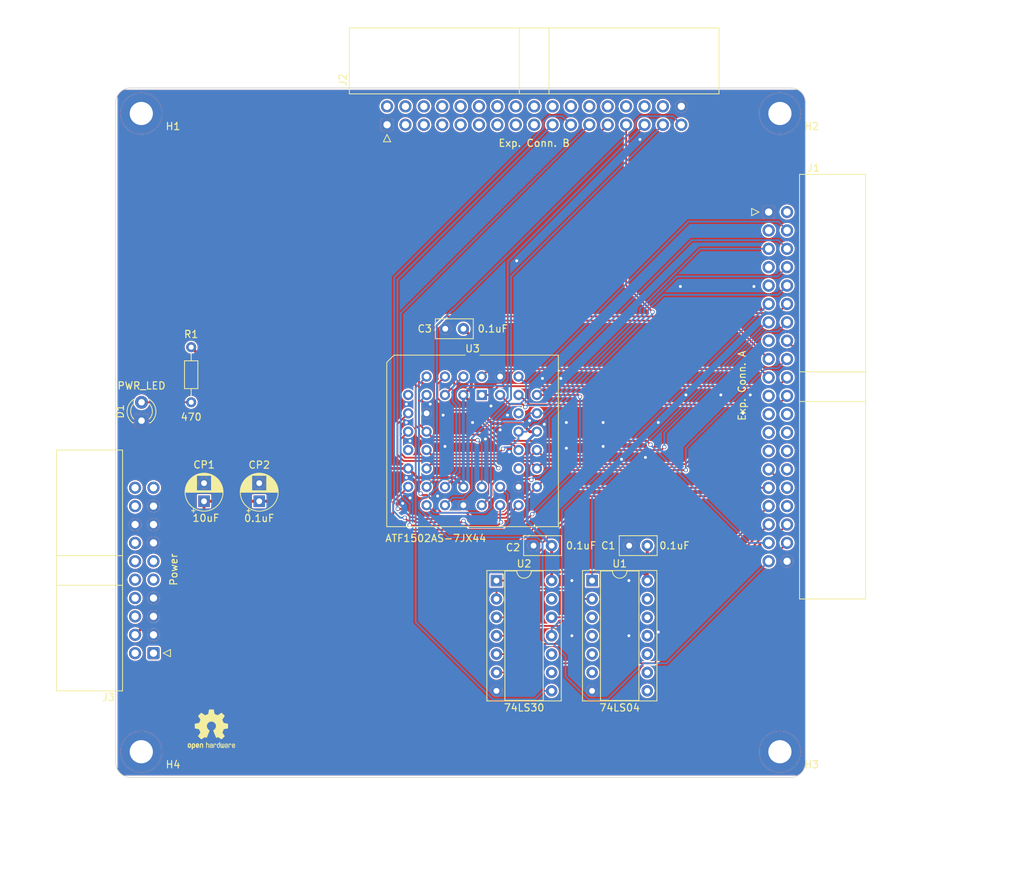
<source format=kicad_pcb>
(kicad_pcb (version 20221018) (generator pcbnew)
  (title_block (title "MMU board for the Stackable Z80 Computer") (date "2023-08-04") (rev "1.0"))
  (layers (0 "F.Cu" mixed) (31 "B.Cu" mixed) (34 "B.Paste" user) (35 "F.Paste" user) (36 "B.SilkS" user "B.Silkscreen") (37 "F.SilkS" user "F.Silkscreen") (38 "B.Mask" user) (39 "F.Mask" user) (44 "Edge.Cuts" user))
  (net 0 "")
  (net 1 "/+5V")
  (net 2 "/GND")
  (net 3 "/~{RESET_SW}")
  (net 4 "/~{NMI}")
  (net 5 "/~{RESET}")
  (net 6 "/BUS_CLK")
  (net 7 "/CPU_CLK")
  (net 8 "/~{B_M1}")
  (net 9 "/~{B_IORQ}")
  (net 10 "/~{B_MREQ}")
  (net 11 "/~{B_WR}")
  (net 12 "/~{B_RD}")
  (net 13 "/~{WAIT}")
  (net 14 "/~{B_RFSH}")
  (net 15 "/M_A21")
  (net 16 "/M_A20")
  (net 17 "/M_A19")
  (net 18 "/M_A18")
  (net 19 "/M_A15")
  (net 20 "/M_A17")
  (net 21 "/-12V")
  (net 22 "/+12V")
  (net 23 "/USER2")
  (net 24 "/M_A14")
  (net 25 "/USER3")
  (net 26 "/M_A16")
  (net 27 "/B_D7")
  (net 28 "/PWR_OK")
  (net 29 "/B_D6")
  (net 30 "/B_D5")
  (net 31 "/B_D4")
  (net 32 "/B_D3")
  (net 33 "/B_D2")
  (net 34 "/B_D1")
  (net 35 "/B_D0")
  (net 36 "/B_A15")
  (net 37 "/B_A14")
  (net 38 "/B_A13")
  (net 39 "/B_A12")
  (net 40 "/~{INT7}")
  (net 41 "/B_A11")
  (net 42 "/~{INT6}")
  (net 43 "/B_A10")
  (net 44 "/~{INT5}")
  (net 45 "/B_A9")
  (net 46 "/~{INT4}")
  (net 47 "/B_A8")
  (net 48 "/~{INT3}")
  (net 49 "/B_A7")
  (net 50 "/~{INT2}")
  (net 51 "/B_A6")
  (net 52 "/B_A5")
  (net 53 "/B_A4")
  (net 54 "/B_A3")
  (net 55 "/B_A2")
  (net 56 "/B_A1")
  (net 57 "/B_A0")
  (net 58 "/~{INT0}")
  (net 59 "/~{INT1}")
  (net 60 "/USER15")
  (net 61 "/~{INT}")
  (net 62 "/~{B_BUSACK}")
  (net 63 "/USER14")
  (net 64 "/USER13")
  (net 65 "/USER12")
  (net 66 "/USER11")
  (net 67 "/USER10")
  (net 68 "/USER9")
  (net 69 "/USER8")
  (net 70 "/USER7")
  (net 71 "/USER1")
  (net 72 "/USER6")
  (net 73 "/USER0")
  (net 74 "/USER5")
  (net 75 "/USER4")
  (net 76 "/+3.3V")
  (net 77 "/+5V2")
  (net 78 "/+5VSB")
  (net 79 "/~{PS_ON}")
  (net 80 "/+5V4")
  (net 81 "/+5V3")
  (net 82 "/+3.3V2")
  (net 83 "/+3.3V3")
  (net 84 "/~{BUSREQ}")
  (net 85 "Net-(D1-A)")
  (net 86 "/IORQ")
  (net 97 "/~{MMU_CS}")
  (footprint "MountingHole:MountingHole_3.2mm_M3_ISO7380_Pad" (layer "F.Cu") (at 28.925 28.925)
    (fp_text reference "H1")
    (fp_text value "MountingHole_Pad")
  )
  (footprint "Symbol:OSHW-Logo2_7.3x6mm_SilkScreen" (layer "F.Cu") (at 38.608 114.046)
    (fp_text reference "REF**" hide)
    (fp_text value "OSHW-Logo2_7.3x6mm_SilkScreen" hide)
  )
  (footprint "Capacitor_THT:CP_Radial_D5.0mm_P2.50mm" (layer "F.Cu") (at 37.592 82.51 90)
    (fp_text reference "CP1")
    (fp_text value "10uF")
  )
  (footprint "Package_DIP:DIP-14_W7.62mm_Socket" (layer "F.Cu") (at 77.978 93.472)
    (fp_text reference "U2")
    (fp_text value "74LS30")
  )
  (footprint "Resistor_THT:R_Axial_DIN0204_L3.6mm_D1.6mm_P7.62mm_Horizontal" (layer "F.Cu") (at 35.814 61.214 -90)
    (fp_text reference "R1")
    (fp_text value "470")
  )
  (footprint "Package_LCC:PLCC-44_THT-Socket" (layer "F.Cu") (at 75.946 67.818)
    (fp_text reference "U3")
    (fp_text value "ATF1502AS-7JX44")
  )
  (footprint "MountingHole:MountingHole_3.2mm_M3_ISO7380_Pad" (layer "F.Cu") (at 117.125 28.925)
    (fp_text reference "H2")
    (fp_text value "MountingHole_Pad")
  )
  (footprint "LED_THT:LED_D3.0mm" (layer "F.Cu") (at 28.956 71.374 90)
    (fp_text reference "D1")
    (fp_text value "PWR_LED")
  )
  (footprint "Capacitor_THT:C_Disc_D5.0mm_W2.5mm_P2.50mm" (layer "F.Cu") (at 85.598 88.646 180)
    (fp_text reference "C2")
    (fp_text value "0.1uF")
  )
  (footprint "Connector_IDC:IDC-Header_2x20_P2.54mm_Horizontal" (layer "F.Cu") (at 115.57 42.545)
    (fp_text reference "J1")
    (fp_text value "Exp. Conn. A")
  )
  (footprint "Package_DIP:DIP-14_W7.62mm_Socket" (layer "F.Cu") (at 91.186 93.472)
    (fp_text reference "U1")
    (fp_text value "74LS04")
  )
  (footprint "Capacitor_THT:C_Disc_D5.0mm_W2.5mm_P2.50mm" (layer "F.Cu") (at 73.406 58.674 180)
    (fp_text reference "C3")
    (fp_text value "0.1uF")
  )
  (footprint "Capacitor_THT:C_Disc_D5.0mm_W2.5mm_P2.50mm" (layer "F.Cu") (at 98.806 88.646 180)
    (fp_text reference "C1")
    (fp_text value "0.1uF")
  )
  (footprint "Capacitor_THT:CP_Radial_D5.0mm_P2.50mm" (layer "F.Cu") (at 45.212 82.51 90)
    (fp_text reference "CP2")
    (fp_text value "0.1uF")
  )
  (footprint "Connector_IDC:IDC-Header_2x10_P2.54mm_Horizontal" (layer "F.Cu") (at 30.607 103.505 180)
    (fp_text reference "J3")
    (fp_text value "Power")
  )
  (footprint "MountingHole:MountingHole_3.2mm_M3_ISO7380_Pad" (layer "F.Cu") (at 28.925 117.125)
    (fp_text reference "H4")
    (fp_text value "MountingHole_Pad")
  )
  (footprint "Connector_IDC:IDC-Header_2x17_P2.54mm_Horizontal" (layer "F.Cu") (at 62.865 30.48 90)
    (fp_text reference "J2")
    (fp_text value "Exp. Conn. B")
  )
  (footprint "MountingHole:MountingHole_3.2mm_M3_ISO7380_Pad" (layer "F.Cu") (at 117.125 117.125)
    (fp_text reference "H3")
    (fp_text value "MountingHole_Pad")
  )
  (gr_line (start 25.4 27.4) (end 25.4 118.65) (stroke (width 0.1)) (layer "Edge.Cuts"))
  (gr_line (start 120.65 27.4) (end 120.65 118.65) (stroke (width 0.1)) (layer "Edge.Cuts"))
  (gr_arc (start 120.65 118.65) (mid 120.064214 120.064214) (end 118.65 120.65) (stroke (width 0.1)) (layer "Edge.Cuts"))
  (gr_arc (start 27.4 120.65) (mid 25.985786 120.064214) (end 25.4 118.65) (stroke (width 0.1)) (layer "Edge.Cuts"))
  (gr_arc (start 25.4 27.4) (mid 25.985786 25.985786) (end 27.4 25.4) (stroke (width 0.1)) (layer "Edge.Cuts"))
  (gr_arc (start 118.65 25.4) (mid 120.064214 25.985786) (end 120.65 27.4) (stroke (width 0.1)) (layer "Edge.Cuts"))
  (gr_line (start 27.4 120.65) (end 118.65 120.65) (stroke (width 0.1)) (layer "Edge.Cuts"))
  (gr_line (start 27.4 25.4) (end 118.65 25.4) (stroke (width 0.1)) (layer "Edge.Cuts"))
  (segment (start 98.806 92.9453) (end 98.806 93.472) (width 0.4) (layer "F.Cu") (net 1))
  (segment (start 67.056 79.248) (end 65.786 77.978) (width 0.4) (layer "F.Cu") (net 1))
  (segment (start 31.135 99.675) (end 37.592 93.218) (width 0.4) (layer "F.Cu") (net 1))
  (segment (start 41.4021 66.8021) (end 35.814 61.214) (width 0.4) (layer "F.Cu") (net 1))
  (segment (start 73.406 80.518) (end 72.136 79.248) (width 0.4) (layer "F.Cu") (net 1))
  (segment (start 29.357 99.675) (end 31.135 99.675) (width 0.4) (layer "F.Cu") (net 1))
  (segment (start 98.1325 92.2718) (end 85.598 92.2718) (width 0.4) (layer "F.Cu") (net 1))
  (segment (start 98.806 92.9453) (end 98.1325 92.2718) (width 0.4) (layer "F.Cu") (net 1))
  (segment (start 41.4021 82.51) (end 45.212 82.51) (width 0.4) (layer "F.Cu") (net 1))
  (segment (start 74.5172 66.7068) (end 73.406 67.818) (width 0.4) (layer "F.Cu") (net 1))
  (segment (start 77.3748 71.7868) (end 81.486275 71.7868) (width 0.4) (layer "F.Cu") (net 1))
  (segment (start 81.486275 71.7868) (end 82.597475 72.898) (width 0.4) (layer "F.Cu") (net 1))
  (segment (start 74.5172 59.7852) (end 74.5172 66.7068) (width 0.4) (layer "F.Cu") (net 1))
  (segment (start 45.212 82.51) (end 46.4121 82.51) (width 0.4) (layer "F.Cu") (net 1))
  (segment (start 73.406 58.674) (end 74.5172 59.7852) (width 0.4) (layer "F.Cu") (net 1))
  (segment (start 98.806 88.646) (end 98.806 92.9453) (width 0.4) (layer "F.Cu") (net 1))
  (segment (start 73.406 67.818) (end 77.3748 71.7868) (width 0.4) (layer "F.Cu") (net 1))
  (segment (start 82.597475 72.898) (end 83.566 72.898) (width 0.4) (layer "F.Cu") (net 1))
  (segment (start 50.9441 77.978) (end 46.4121 82.51) (width 0.4) (layer "F.Cu") (net 1))
  (segment (start 28.067 100.965) (end 29.357 99.675) (width 0.4) (layer "F.Cu") (net 1))
  (segment (start 37.592 93.218) (end 37.592 82.51) (width 0.4) (layer "F.Cu") (net 1))
  (segment (start 85.598 92.2718) (end 85.598 93.472) (width 0.4) (layer "F.Cu") (net 1))
  (segment (start 72.136 79.248) (end 67.056 79.248) (width 0.4) (layer "F.Cu") (net 1))
  (segment (start 85.598 88.646) (end 85.598 92.2718) (width 0.4) (layer "F.Cu") (net 1))
  (segment (start 37.592 82.51) (end 41.4021 82.51) (width 0.4) (layer "F.Cu") (net 1))
  (segment (start 41.4021 82.51) (end 41.4021 66.8021) (width 0.4) (layer "F.Cu") (net 1))
  (segment (start 65.786 77.978) (end 50.9441 77.978) (width 0.4) (layer "F.Cu") (net 1))
  (segment (start 82.0903 79.2645) (end 82.0903 79.8443) (width 0.4) (layer "B.Cu") (net 1))
  (segment (start 82.2134 79.1414) (end 82.0903 79.2645) (width 0.4) (layer "B.Cu") (net 1))
  (segment (start 82.2134 85.2614) (end 85.598 88.646) (width 0.4) (layer "B.Cu") (net 1))
  (segment (start 82.2134 74.2506) (end 82.2134 79.1414) (width 0.4) (layer "B.Cu") (net 1))
  (segment (start 82.0903 79.8443) (end 82.2134 79.9674) (width 0.4) (layer "B.Cu") (net 1))
  (segment (start 83.566 72.898) (end 82.2134 74.2506) (width 0.4) (layer "B.Cu") (net 1))
  (segment (start 73.406 80.518) (end 73.406 67.818) (width 0.4) (layer "B.Cu") (net 1))
  (segment (start 82.2134 79.9674) (end 82.2134 85.2614) (width 0.4) (layer "B.Cu") (net 1))
  (via (at 113.538 52.832) (size 0.6) (drill 0.4) (layers "F.Cu" "B.Cu") (net 2))
  (via (at 88.392 101.092) (size 0.6) (drill 0.4) (layers "F.Cu" "B.Cu") (net 2))
  (via (at 97.79 32.512) (size 0.6) (drill 0.4) (layers "F.Cu" "B.Cu") (net 2))
  (via (at 100.33 71.628) (size 0.6) (drill 0.4) (layers "F.Cu" "B.Cu") (net 2))
  (via (at 92.71 71.628) (size 0.6) (drill 0.4) (layers "F.Cu" "B.Cu") (net 2))
  (via (at 78.486 72.644) (size 0.6) (drill 0.4) (layers "F.Cu" "B.Cu") (net 2))
  (via (at 65.532 79.248) (size 0.6) (drill 0.4) (layers "F.Cu" "B.Cu") (net 2))
  (via (at 84.328 65.532) (size 0.6) (drill 0.4) (layers "F.Cu" "B.Cu") (net 2))
  (via (at 104.14 67.818) (size 0.6) (drill 0.4) (layers "F.Cu" "B.Cu") (net 2))
  (via (at 70.866 74.93) (size 0.6) (drill 0.4) (layers "F.Cu" "B.Cu") (net 2))
  (via (at 77.216 69.342) (size 0.6) (drill 0.4) (layers "F.Cu" "B.Cu") (net 2))
  (via (at 86.868 65.532) (size 0.6) (drill 0.4) (layers "F.Cu" "B.Cu") (net 2))
  (via (at 87.63 75.184) (size 0.6) (drill 0.4) (layers "F.Cu" "B.Cu") (net 2))
  (via (at 66.04 74.168) (size 0.6) (drill 0.4) (layers "F.Cu" "B.Cu") (net 2))
  (via (at 79.502 70.612) (size 0.6) (drill 0.4) (layers "F.Cu" "B.Cu") (net 2))
  (via (at 79.756 75.692) (size 0.6) (drill 0.4) (layers "F.Cu" "B.Cu") (net 2))
  (via (at 96.266 93.472) (size 0.6) (drill 0.4) (layers "F.Cu" "B.Cu") (net 2))
  (via (at 88.392 93.472) (size 0.6) (drill 0.4) (layers "F.Cu" "B.Cu") (net 2))
  (via (at 65.532 71.628) (size 0.6) (drill 0.4) (layers "F.Cu" "B.Cu") (net 2))
  (via (at 112.014 70.358) (size 0.6) (drill 0.4) (layers "F.Cu" "B.Cu") (net 2))
  (via (at 96.266 101.092) (size 0.6) (drill 0.4) (layers "F.Cu" "B.Cu") (net 2))
  (via (at 95.25 76.708) (size 0.6) (drill 0.4) (layers "F.Cu" "B.Cu") (net 2))
  (via (at 108.966 67.818) (size 0.6) (drill 0.4) (layers "F.Cu" "B.Cu") (net 2))
  (via (at 66.04 82.042) (size 0.6) (drill 0.4) (layers "F.Cu" "B.Cu") (net 2))
  (via (at 80.772 49.276) (size 0.6) (drill 0.4) (layers "F.Cu" "B.Cu") (net 2))
  (via (at 84.582 71.882) (size 0.6) (drill 0.4) (layers "F.Cu" "B.Cu") (net 2))
  (via (at 113.03 67.818) (size 0.6) (drill 0.4) (layers "F.Cu" "B.Cu") (net 2))
  (via (at 65.024 82.804) (size 0.6) (drill 0.4) (layers "F.Cu" "B.Cu") (net 2))
  (via (at 69.85 81.788) (size 0.6) (drill 0.4) (layers "F.Cu" "B.Cu") (net 2))
  (via (at 92.71 74.93) (size 0.6) (drill 0.4) (layers "F.Cu" "B.Cu") (net 2))
  (via (at 103.378 52.832) (size 0.6) (drill 0.4) (layers "F.Cu" "B.Cu") (net 2))
  (via (at 76.454 73.914) (size 0.6) (drill 0.4) (layers "F.Cu" "B.Cu") (net 2))
  (via (at 65.532 69.088) (size 0.6) (drill 0.4) (layers "F.Cu" "B.Cu") (net 2))
  (via (at 100.33 100.584) (size 0.6) (drill 0.4) (layers "F.Cu" "B.Cu") (net 2))
  (via (at 82.55 71.374) (size 0.6) (drill 0.4) (layers "F.Cu" "B.Cu") (net 2))
  (via (at 74.676 71.628) (size 0.6) (drill 0.4) (layers "F.Cu" "B.Cu") (net 2))
  (via (at 68.834 69.088) (size 0.6) (drill 0.4) (layers "F.Cu" "B.Cu") (net 2))
  (via (at 87.63 71.628) (size 0.6) (drill 0.4) (layers "F.Cu" "B.Cu") (net 2))
  (via (at 98.552 76.454) (size 0.6) (drill 0.4) (layers "F.Cu" "B.Cu") (net 2))
  (via (at 70.612 70.612) (size 0.6) (drill 0.4) (layers "F.Cu" "B.Cu") (net 2))
  (segment (start 76.3988 64.1668) (end 77.3748 64.1668) (width 0.4) (layer "B.Cu") (net 2))
  (segment (start 96.306 93.432) (end 96.266 93.472) (width 0.4) (layer "B.Cu") (net 2))
  (segment (start 96.306 101.132) (end 96.306 103.592) (width 0.4) (layer "B.Cu") (net 2))
  (segment (start 96.266 93.472) (end 96.306 93.512) (width 0.4) (layer "B.Cu") (net 2))
  (segment (start 83.098 88.646) (end 83.098 103.592) (width 0.4) (layer "B.Cu") (net 2))
  (segment (start 96.306 93.512) (end 96.306 101.052) (width 0.4) (layer "B.Cu") (net 2))
  (segment (start 45.212 80.01) (end 37.592 80.01) (width 0.4) (layer "B.Cu") (net 2))
  (segment (start 96.306 88.646) (end 96.306 93.432) (width 0.4) (layer "B.Cu") (net 2))
  (segment (start 34.036 94.996) (end 34.036 83.566) (width 0.4) (layer "B.Cu") (net 2))
  (segment (start 83.098 103.592) (end 77.978 108.712) (width 0.4) (layer "B.Cu") (net 2))
  (segment (start 96.306 103.592) (end 91.186 108.712) (width 0.4) (layer "B.Cu") (net 2))
  (segment (start 30.607 98.425) (end 34.036 94.996) (width 0.4) (layer "B.Cu") (net 2))
  (segment (start 77.3748 64.1668) (end 78.486 65.278) (width 0.4) (layer "B.Cu") (net 2))
  (segment (start 96.306 101.052) (end 96.266 101.092) (width 0.4) (layer "B.Cu") (net 2))
  (segment (start 28.956 71.374) (end 37.592 80.01) (width 0.4) (layer "B.Cu") (net 2))
  (segment (start 34.036 83.566) (end 37.592 80.01) (width 0.4) (layer "B.Cu") (net 2))
  (segment (start 70.906 58.674) (end 76.3988 64.1668) (width 0.4) (layer "B.Cu") (net 2))
  (segment (start 96.266 101.092) (end 96.306 101.132) (width 0.4) (layer "B.Cu") (net 2))
  (segment (start 81.552 69.088) (end 79.756 69.088) (width 0.25) (layer "F.Cu") (net 6))
  (segment (start 79.756 69.088) (end 78.486 67.818) (width 0.25) (layer "F.Cu") (net 6))
  (segment (start 81.9563 69.4923) (end 81.552 69.088) (width 0.25) (layer "F.Cu") (net 6))
  (via (at 81.9563 69.4923) (size 0.6) (drill 0.4) (layers "F.Cu" "B.Cu") (net 6))
  (segment (start 82.1913 69.2573) (end 84.954008 69.2573) (width 0.25) (layer "B.Cu") (net 6))
  (segment (start 81.9563 69.4923) (end 82.1913 69.2573) (width 0.25) (layer "B.Cu") (net 6))
  (segment (start 97.806654 55.911954) (end 106.093608 47.625) (width 0.25) (layer "B.Cu") (net 6))
  (segment (start 97.806654 56.404654) (end 97.806654 55.911954) (width 0.25) (layer "B.Cu") (net 6))
  (segment (start 84.954008 69.2573) (end 97.806654 56.404654) (width 0.25) (layer "B.Cu") (net 6))
  (segment (start 106.093608 47.625) (end 107.188 47.625) (width 0.25) (layer "B.Cu") (net 6))
  (segment (start 115.57 47.625) (end 107.188 47.625) (width 0.25) (layer "B.Cu") (net 6))
  (segment (start 85.598 101.092) (end 85.598 99.9669) (width 0.25) (layer "B.Cu") (net 8))
  (segment (start 85.8311 99.9669) (end 85.598 99.9669) (width 0.25) (layer "B.Cu") (net 8))
  (segment (start 87.0128 98.7852) (end 85.8311 99.9669) (width 0.25) (layer "B.Cu") (net 8))
  (segment (start 87.0128 83.8022) (end 87.0128 98.7852) (width 0.25) (layer "B.Cu") (net 8))
  (segment (start 115.57 55.245) (end 87.0128 83.8022) (width 0.25) (layer "B.Cu") (net 8))
  (segment (start 115.2763 57.785) (end 91.186 81.8753) (width 0.25) (layer "B.Cu") (net 9))
  (segment (start 115.57 57.785) (end 115.2763 57.785) (width 0.25) (layer "B.Cu") (net 9))
  (segment (start 91.186 81.8753) (end 91.186 93.472) (width 0.25) (layer "B.Cu") (net 9))
  (segment (start 110.248 57.543) (end 72.864 57.543) (width 0.25) (layer "F.Cu") (net 11))
  (segment (start 72.136 58.271) (end 72.136 66.548) (width 0.25) (layer "F.Cu") (net 11))
  (segment (start 72.136 66.548) (end 70.866 67.818) (width 0.25) (layer "F.Cu") (net 11))
  (segment (start 72.864 57.543) (end 72.136 58.271) (width 0.25) (layer "F.Cu") (net 11))
  (segment (start 115.57 62.865) (end 110.248 57.543) (width 0.25) (layer "F.Cu") (net 11))
  (segment (start 114.4065 64.2415) (end 76.9825 64.2415) (width 0.25) (layer "F.Cu") (net 12))
  (segment (start 115.57 65.405) (end 114.4065 64.2415) (width 0.25) (layer "F.Cu") (net 12))
  (segment (start 76.9825 64.2415) (end 75.946 65.278) (width 0.25) (layer "F.Cu") (net 12))
  (segment (start 72.7695 84.9615) (end 73.1196 84.6114) (width 0.25) (layer "F.Cu") (net 15))
  (segment (start 66.753196 84.7263) (end 66.988396 84.9615) (width 0.25) (layer "F.Cu") (net 15))
  (segment (start 66.988396 84.9615) (end 72.7695 84.9615) (width 0.25) (layer "F.Cu") (net 15))
  (segment (start 79.2935 84.7905) (end 81.026 83.058) (width 0.25) (layer "F.Cu") (net 15))
  (segment (start 73.1196 84.6114) (end 73.681984 84.6114) (width 0.25) (layer "F.Cu") (net 15))
  (segment (start 66.1225 84.7263) (end 66.753196 84.7263) (width 0.25) (layer "F.Cu") (net 15))
  (segment (start 77.47 85.4115) (end 78.091 84.7905) (width 0.25) (layer "F.Cu") (net 15))
  (segment (start 73.681984 84.6114) (end 74.482084 85.4115) (width 0.25) (layer "F.Cu") (net 15))
  (segment (start 78.091 84.7905) (end 79.2935 84.7905) (width 0.25) (layer "F.Cu") (net 15))
  (segment (start 64.3511 83.5641) (end 64.9603 83.5641) (width 0.25) (layer "F.Cu") (net 15))
  (segment (start 64.9603 83.5641) (end 66.1225 84.7263) (width 0.25) (layer "F.Cu") (net 15))
  (segment (start 74.482084 85.4115) (end 77.47 85.4115) (width 0.25) (layer "F.Cu") (net 15))
  (via (at 64.3511 83.5641) (size 0.6) (drill 0.4) (layers "F.Cu" "B.Cu") (net 15))
  (segment (start 85.725 30.48) (end 64.2993 51.9057) (width 0.25) (layer "B.Cu") (net 15))
  (segment (start 64.2993 51.9057) (end 64.2993 83.5123) (width 0.25) (layer "B.Cu") (net 15))
  (segment (start 64.2993 83.5123) (end 64.3511 83.5641) (width 0.25) (layer "B.Cu") (net 15))
  (segment (start 65.6884 85.1763) (end 66.5668 85.1763) (width 0.25) (layer "F.Cu") (net 16))
  (segment (start 73.248 85.4115) (end 73.4231 85.2364) (width 0.25) (layer "F.Cu") (net 16))
  (segment (start 65.3024 84.7903) (end 65.6884 85.1763) (width 0.25) (layer "F.Cu") (net 16))
  (segment (start 66.5668 85.1763) (end 66.802 85.4115) (width 0.25) (layer "F.Cu") (net 16))
  (segment (start 66.802 85.4115) (end 73.248 85.4115) (width 0.25) (layer "F.Cu") (net 16))
  (via (at 73.4231 85.2364) (size 0.6) (drill 0.4) (layers "F.Cu" "B.Cu") (net 16))
  (via (at 65.3024 84.7903) (size 0.6) (drill 0.4) (layers "F.Cu" "B.Cu") (net 16))
  (segment (start 78.8206 86.1085) (end 74.2952 86.1085) (width 0.25) (layer "B.Cu") (net 16))
  (segment (start 79.5538 81.5858) (end 79.5538 85.3753) (width 0.25) (layer "B.Cu") (net 16))
  (segment (start 84.455 30.049) (end 84.455 30.9802) (width 0.25) (layer "B.Cu") (net 16))
  (segment (start 78.486 80.518) (end 79.5538 81.5858) (width 0.25) (layer "B.Cu") (net 16))
  (segment (start 84.455 30.9802) (end 64.0676 51.3676) (width 0.25) (layer "B.Cu") (net 16))
  (segment (start 63.8493 51.5859) (end 64.0676 51.3676) (width 0.25) (layer "B.Cu") (net 16))
  (segment (start 79.5538 85.3753) (end 78.8206 86.1085) (width 0.25) (layer "B.Cu") (net 16))
  (segment (start 64.6808 84.7903) (end 63.7157 83.8252) (width 0.25) (layer "B.Cu") (net 16))
  (segment (start 63.8493 82.804) (end 63.8493 51.5859) (width 0.25) (layer "B.Cu") (net 16))
  (segment (start 85.1992 29.3048) (end 84.455 30.049) (width 0.25) (layer "B.Cu") (net 16))
  (segment (start 74.2952 86.1085) (end 73.4231 85.2364) (width 0.25) (layer "B.Cu") (net 16))
  (segment (start 87.0898 29.3048) (end 85.1992 29.3048) (width 0.25) (layer "B.Cu") (net 16))
  (segment (start 88.265 30.48) (end 87.0898 29.3048) (width 0.25) (layer "B.Cu") (net 16))
  (segment (start 63.7157 82.9376) (end 63.8493 82.804) (width 0.25) (layer "B.Cu") (net 16))
  (segment (start 65.3024 84.7903) (end 64.6808 84.7903) (width 0.25) (layer "B.Cu") (net 16))
  (segment (start 63.7157 83.8252) (end 63.7157 82.9376) (width 0.25) (layer "B.Cu") (net 16))
  (segment (start 65.9896 85.8013) (end 66.0498 85.8615) (width 0.25) (layer "F.Cu") (net 17))
  (segment (start 78.1568 85.8615) (end 78.6028 85.4155) (width 0.25) (layer "F.Cu") (net 17))
  (segment (start 66.0498 85.8615) (end 78.1568 85.8615) (width 0.25) (layer "F.Cu") (net 17))
  (via (at 65.9896 85.8013) (size 0.6) (drill 0.4) (layers "F.Cu" "B.Cu") (net 17))
  (via (at 78.6028 85.4155) (size 0.6) (drill 0.4) (layers "F.Cu" "B.Cu") (net 17))
  (segment (start 64.7495 81.645616) (end 65.9896 82.885716) (width 0.25) (layer "B.Cu") (net 17))
  (segment (start 90.805 30.48) (end 64.7495 56.5355) (width 0.25) (layer "B.Cu") (net 17))
  (segment (start 65.9896 82.885716) (end 65.9896 85.8013) (width 0.25) (layer "B.Cu") (net 17))
  (segment (start 78.486 83.058) (end 78.486 85.2987) (width 0.25) (layer "B.Cu") (net 17))
  (segment (start 64.7495 56.5355) (end 64.7495 81.645616) (width 0.25) (layer "B.Cu") (net 17))
  (segment (start 78.486 85.2987) (end 78.6028 85.4155) (width 0.25) (layer "B.Cu") (net 17))
  (segment (start 66.8224 57.0026) (end 66.8224 71.882) (width 0.25) (layer "F.Cu") (net 18))
  (segment (start 67.2898 72.498196) (end 66.8224 72.030796) (width 0.25) (layer "F.Cu") (net 18))
  (segment (start 66.8224 72.030796) (end 66.8224 71.882) (width 0.25) (layer "F.Cu") (net 18))
  (segment (start 67.2898 73.3456) (end 67.2898 72.498196) (width 0.25) (layer "F.Cu") (net 18))
  (segment (start 68.0076 74.0634) (end 67.2898 73.3456) (width 0.25) (layer "F.Cu") (net 18))
  (segment (start 68.0076 74.0634) (end 75.3606 74.0634) (width 0.25) (layer "F.Cu") (net 18))
  (segment (start 93.345 30.48) (end 66.8224 57.0026) (width 0.25) (layer "F.Cu") (net 18))
  (via (at 75.3606 74.0634) (size 0.6) (drill 0.4) (layers "F.Cu" "B.Cu") (net 18))
  (segment (start 75.946 74.6488) (end 75.946 80.518) (width 0.25) (layer "B.Cu") (net 18))
  (segment (start 75.3606 74.0634) (end 75.946 74.6488) (width 0.25) (layer "B.Cu") (net 18))
  (segment (start 100.965 30.48) (end 79.9897 51.4553) (width 0.25) (layer "B.Cu") (net 19))
  (segment (start 79.9897 51.4553) (end 79.9897 68.3955) (width 0.25) (layer "B.Cu") (net 19))
  (segment (start 73.3867 82.013) (end 71.911 82.013) (width 0.25) (layer "B.Cu") (net 19))
  (segment (start 71.911 82.013) (end 70.866 83.058) (width 0.25) (layer "B.Cu") (net 19))
  (segment (start 74.5868 80.8129) (end 73.3867 82.013) (width 0.25) (layer "B.Cu") (net 19))
  (segment (start 74.5868 73.7984) (end 74.5868 80.8129) (width 0.25) (layer "B.Cu") (net 19))
  (segment (start 79.9897 68.3955) (end 74.5868 73.7984) (width 0.25) (layer "B.Cu") (net 19))
  (segment (start 95.885 30.48) (end 95.885 52.6954) (width 0.25) (layer "F.Cu") (net 20))
  (segment (start 78.079091 79.4595) (end 77.2996 80.238991) (width 0.25) (layer "F.Cu") (net 20))
  (segment (start 82.7904 79.5544) (end 82.6955 79.4595) (width 0.25) (layer "F.Cu") (net 20))
  (segment (start 77.2996 81.7044) (end 75.946 83.058) (width 0.25) (layer "F.Cu") (net 20))
  (segment (start 77.2996 80.238991) (end 77.2996 81.7044) (width 0.25) (layer "F.Cu") (net 20))
  (segment (start 95.885 52.6954) (end 99.5325 56.3429) (width 0.25) (layer "F.Cu") (net 20))
  (segment (start 82.6955 79.4595) (end 78.079091 79.4595) (width 0.25) (layer "F.Cu") (net 20))
  (via (at 99.5325 56.3429) (size 0.6) (drill 0.4) (layers "F.Cu" "B.Cu") (net 20))
  (via (at 82.7904 79.5544) (size 0.6) (drill 0.4) (layers "F.Cu" "B.Cu") (net 20))
  (segment (start 82.7904 79.5544) (end 83.0968 79.248) (width 0.25) (layer "B.Cu") (net 20))
  (segment (start 85.2563 77.7702) (end 85.2563 70.9273) (width 0.25) (layer "B.Cu") (net 20))
  (segment (start 99.5325 56.6511) (end 99.5325 56.3429) (width 0.25) (layer "B.Cu") (net 20))
  (segment (start 85.2563 70.9273) (end 99.5325 56.6511) (width 0.25) (layer "B.Cu") (net 20))
  (segment (start 83.7785 79.248) (end 85.2563 77.7702) (width 0.25) (layer "B.Cu") (net 20))
  (segment (start 83.0968 79.248) (end 83.7785 79.248) (width 0.25) (layer "B.Cu") (net 20))
  (segment (start 102.3298 29.3048) (end 97.8992 29.3048) (width 0.25) (layer "B.Cu") (net 24))
  (segment (start 97.155 30.049) (end 97.155 30.8789) (width 0.25) (layer "B.Cu") (net 24))
  (segment (start 97.155 30.8789) (end 72.0424 55.9915) (width 0.25) (layer "B.Cu") (net 24))
  (segment (start 72.0424 55.9915) (end 71.9479 55.9915) (width 0.25) (layer "B.Cu") (net 24))
  (segment (start 97.8992 29.3048) (end 97.155 30.049) (width 0.25) (layer "B.Cu") (net 24))
  (segment (start 103.505 30.48) (end 102.3298 29.3048) (width 0.25) (layer "B.Cu") (net 24))
  (segment (start 71.9479 55.9915) (end 69.749 58.1904) (width 0.25) (layer "B.Cu") (net 24))
  (segment (start 69.749 58.1904) (end 69.749 79.095) (width 0.25) (layer "B.Cu") (net 24))
  (segment (start 69.749 79.095) (end 68.326 80.518) (width 0.25) (layer "B.Cu") (net 24))
  (segment (start 72.3696 67.3706) (end 72.3696 68.5766) (width 0.25) (layer "B.Cu") (net 26))
  (segment (start 79.5395 49.3655) (end 79.5395 65.7405) (width 0.25) (layer "B.Cu") (net 26))
  (segment (start 72.3696 68.5766) (end 72.3866 68.5766) (width 0.25) (layer "B.Cu") (net 26))
  (segment (start 78.732 66.548) (end 73.1922 66.548) (width 0.25) (layer "B.Cu") (net 26))
  (segment (start 72.881 78.503) (end 70.866 80.518) (width 0.25) (layer "B.Cu") (net 26))
  (segment (start 72.3866 68.5766) (end 72.881 69.071) (width 0.25) (layer "B.Cu") (net 26))
  (segment (start 72.881 69.071) (end 72.881 78.503) (width 0.25) (layer "B.Cu") (net 26))
  (segment (start 79.5395 65.7405) (end 78.732 66.548) (width 0.25) (layer "B.Cu") (net 26))
  (segment (start 73.1922 66.548) (end 72.3696 67.3706) (width 0.25) (layer "B.Cu") (net 26))
  (segment (start 98.425 30.48) (end 79.5395 49.3655) (width 0.25) (layer "B.Cu") (net 26))
  (segment (start 77.2161 71.805496) (end 77.2161 83.3211) (width 0.25) (layer "B.Cu") (net 27))
  (segment (start 104.5086 43.8682) (end 82.0624 66.3144) (width 0.25) (layer "B.Cu") (net 27))
  (segment (start 76.4424 84.0948) (end 69.3628 84.0948) (width 0.25) (layer "B.Cu") (net 27))
  (segment (start 116.8932 43.8682) (end 104.5086 43.8682) (width 0.25) (layer "B.Cu") (net 27))
  (segment (start 81.026 65.278) (end 82.0624 66.3144) (width 0.25) (layer "B.Cu") (net 27))
  (segment (start 79.989296 69.0323) (end 77.2161 71.805496) (width 0.25) (layer "B.Cu") (net 27))
  (segment (start 81.2772 69.0323) (end 79.989296 69.0323) (width 0.25) (layer "B.Cu") (net 27))
  (segment (start 77.2161 83.3211) (end 76.4424 84.0948) (width 0.25) (layer "B.Cu") (net 27))
  (segment (start 69.3628 84.0948) (end 68.326 83.058) (width 0.25) (layer "B.Cu") (net 27))
  (segment (start 118.11 45.085) (end 116.8932 43.8682) (width 0.25) (layer "B.Cu") (net 27))
  (segment (start 82.0624 68.2471) (end 81.2772 69.0323) (width 0.25) (layer "B.Cu") (net 27))
  (segment (start 82.0624 66.3144) (end 82.0624 68.2471) (width 0.25) (layer "B.Cu") (net 27))
  (segment (start 63.7163 84.4643) (end 65.6962 86.4442) (width 0.25) (layer "F.Cu") (net 29))
  (segment (start 89.2672 67.818) (end 89.5151 68.0659) (width 0.25) (layer "F.Cu") (net 29))
  (segment (start 63.7163 82.5877) (end 63.7163 84.4643) (width 0.25) (layer "F.Cu") (net 29))
  (segment (start 65.6962 86.4442) (end 80.7574 86.4442) (width 0.25) (layer "F.Cu") (net 29))
  (segment (start 80.7574 86.4442) (end 82.9135 84.2881) (width 0.25) (layer "F.Cu") (net 29))
  (segment (start 83.566 67.818) (end 89.2672 67.818) (width 0.25) (layer "F.Cu") (net 29))
  (segment (start 65.786 80.518) (end 63.7163 82.5877) (width 0.25) (layer "F.Cu") (net 29))
  (via (at 82.9135 84.2881) (size 0.6) (drill 0.4) (layers "F.Cu" "B.Cu") (net 29))
  (via (at 89.5151 68.0659) (size 0.6) (drill 0.4) (layers "F.Cu" "B.Cu") (net 29))
  (segment (start 118.11 47.625) (end 116.9194 46.4344) (width 0.25) (layer "B.Cu") (net 29))
  (segment (start 82.9135 84.2881) (end 89.5151 77.6865) (width 0.25) (layer "B.Cu") (net 29))
  (segment (start 104.9496 46.4344) (end 83.566 67.818) (width 0.25) (layer "B.Cu") (net 29))
  (segment (start 116.9194 46.4344) (end 104.9496 46.4344) (width 0.25) (layer "B.Cu") (net 29))
  (segment (start 89.5151 77.6865) (end 89.5151 68.0659) (width 0.25) (layer "B.Cu") (net 29))
  (segment (start 68.326 77.978) (end 68.9124 77.3916) (width 0.25) (layer "F.Cu") (net 30))
  (segment (start 77.6983 77.3916) (end 78.2463 77.9396) (width 0.25) (layer "F.Cu") (net 30))
  (segment (start 68.9124 77.3916) (end 77.6983 77.3916) (width 0.25) (layer "F.Cu") (net 30))
  (via (at 78.2463 77.9396) (size 0.6) (drill 0.4) (layers "F.Cu" "B.Cu") (net 30))
  (segment (start 118.11 50.165) (end 116.8281 51.4469) (width 0.25) (layer "B.Cu") (net 30))
  (segment (start 77.6661 72.580016) (end 77.6661 77.3594) (width 0.25) (layer "B.Cu") (net 30))
  (segment (start 102.908104 51.4469) (end 104.14 51.4469) (width 0.25) (layer "B.Cu") (net 30))
  (segment (start 81.455209 71.3942) (end 78.851916 71.3942) (width 0.25) (layer "B.Cu") (net 30))
  (segment (start 83.566 70.358) (end 84.489704 70.358) (width 0.25) (layer "B.Cu") (net 30))
  (segment (start 77.6661 77.3594) (end 78.2463 77.9396) (width 0.25) (layer "B.Cu") (net 30))
  (segment (start 78.851916 71.3942) (end 77.6661 72.580016) (width 0.25) (layer "B.Cu") (net 30))
  (segment (start 84.489704 70.358) (end 98.378852 56.468852) (width 0.25) (layer "B.Cu") (net 30))
  (segment (start 83.566 70.358) (end 82.491409 70.358) (width 0.25) (layer "B.Cu") (net 30))
  (segment (start 98.378852 56.468852) (end 98.378852 55.976152) (width 0.25) (layer "B.Cu") (net 30))
  (segment (start 98.378852 55.976152) (end 102.908104 51.4469) (width 0.25) (layer "B.Cu") (net 30))
  (segment (start 82.491409 70.358) (end 81.455209 71.3942) (width 0.25) (layer "B.Cu") (net 30))
  (segment (start 116.8281 51.4469) (end 104.14 51.4469) (width 0.25) (layer "B.Cu") (net 30))
  (segment (start 78.8821 75.2666) (end 78.1109 76.0378) (width 0.25) (layer "F.Cu") (net 31))
  (segment (start 68.9258 76.0378) (end 68.326 75.438) (width 0.25) (layer "F.Cu") (net 31))
  (segment (start 78.1109 76.0378) (end 68.9258 76.0378) (width 0.25) (layer "F.Cu") (net 31))
  (via (at 78.8821 75.2666) (size 0.6) (drill 0.4) (layers "F.Cu" "B.Cu") (net 31))
  (segment (start 118.11 52.705) (end 116.84 53.975) (width 0.25) (layer "B.Cu") (net 31))
  (segment (start 83.145591 71.853) (end 83.6311 71.853) (width 0.25) (layer "B.Cu") (net 31))
  (segment (start 82.10059 72.898) (end 82.452295 72.546295) (width 0.25) (layer "B.Cu") (net 31))
  (segment (start 81.026 72.898) (end 81.026 73.914) (width 0.25) (layer "B.Cu") (net 31))
  (segment (start 98.9074 56.5767) (end 83.6311 71.853) (width 0.25) (layer "B.Cu") (net 31))
  (segment (start 79.0817 75.067) (end 78.8821 75.2666) (width 0.25) (layer "B.Cu") (net 31))
  (segment (start 101.0164 53.975) (end 98.9074 56.084) (width 0.25) (layer "B.Cu") (net 31))
  (segment (start 82.452295 72.546295) (end 83.145591 71.853) (width 0.25) (layer "B.Cu") (net 31))
  (segment (start 98.9074 56.084) (end 98.9074 56.5767) (width 0.25) (layer "B.Cu") (net 31))
  (segment (start 79.873 75.067) (end 79.0817 75.067) (width 0.25) (layer "B.Cu") (net 31))
  (segment (start 81.026 72.898) (end 82.10059 72.898) (width 0.25) (layer "B.Cu") (net 31))
  (segment (start 116.84 53.975) (end 101.0164 53.975) (width 0.25) (layer "B.Cu") (net 31))
  (segment (start 81.026 73.914) (end 79.873 75.067) (width 0.25) (layer "B.Cu") (net 31))
  (segment (start 116.84 56.515) (end 100.2445 56.515) (width 0.25) (layer "F.Cu") (net 32))
  (segment (start 70.9876 56.968) (end 67.2889 60.6667) (width 0.25) (layer "F.Cu") (net 32))
  (segment (start 81.026 75.438) (end 80.2002 74.6122) (width 0.25) (layer "F.Cu") (net 32))
  (segment (start 99.7915 56.968) (end 70.9876 56.968) (width 0.25) (layer "F.Cu") (net 32))
  (segment (start 68.326 72.898) (end 69.0414 73.6134) (width 0.25) (layer "F.Cu") (net 32))
  (segment (start 67.2724 61.1764) (end 67.2724 60.706) (width 0.25) (layer "F.Cu") (net 32))
  (segment (start 80.2002 74.6122) (end 78.351404 74.6122) (width 0.25) (layer "F.Cu") (net 32))
  (segment (start 67.2889 71.8609) (end 67.2724 71.8444) (width 0.25) (layer "F.Cu") (net 32))
  (segment (start 74.168 73.6134) (end 74.4924 73.289) (width 0.25) (layer "F.Cu") (net 32))
  (segment (start 69.0414 73.6134) (end 74.168 73.6134) (width 0.25) (layer "F.Cu") (net 32))
  (segment (start 74.4924 73.289) (end 77.028204 73.289) (width 0.25) (layer "F.Cu") (net 32))
  (segment (start 78.351404 74.6122) (end 77.180602 73.441398) (width 0.25) (layer "F.Cu") (net 32))
  (segment (start 67.2724 71.8444) (end 67.2724 66.04) (width 0.25) (layer "F.Cu") (net 32))
  (segment (start 67.2889 71.8609) (end 68.326 72.898) (width 0.25) (layer "F.Cu") (net 32))
  (segment (start 118.11 55.245) (end 116.84 56.515) (width 0.25) (layer "F.Cu") (net 32))
  (segment (start 100.2445 56.515) (end 99.7915 56.968) (width 0.25) (layer "F.Cu") (net 32))
  (segment (start 77.028204 73.289) (end 77.180602 73.441398) (width 0.25) (layer "F.Cu") (net 32))
  (segment (start 67.2724 66.04) (end 67.2724 61.1764) (width 0.25) (layer "F.Cu") (net 32))
  (segment (start 83.566 75.438) (end 82.5162 76.4878) (width 0.25) (layer "F.Cu") (net 33))
  (segment (start 64.7356 75.8566) (end 64.7356 73.9484) (width 0.25) (layer "F.Cu") (net 33))
  (segment (start 92.964 76.2) (end 93.726 75.438) (width 0.25) (layer "F.Cu") (net 33))
  (segment (start 93.726 75.438) (end 100.7422 75.438) (width 0.25) (layer "F.Cu") (net 33))
  (segment (start 64.7356 73.9484) (end 65.786 72.898) (width 0.25) (layer "F.Cu") (net 33))
  (segment (start 82.5162 76.4878) (end 65.3668 76.4878) (width 0.25) (layer "F.Cu") (net 33))
  (segment (start 65.3668 76.4878) (end 64.7356 75.8566) (width 0.25) (layer "F.Cu") (net 33))
  (segment (start 83.566 75.438) (end 84.328 76.2) (width 0.25) (layer "F.Cu") (net 33))
  (segment (start 100.7422 75.438) (end 101.1588 75.0214) (width 0.25) (layer "F.Cu") (net 33))
  (segment (start 84.328 76.2) (end 92.964 76.2) (width 0.25) (layer "F.Cu") (net 33))
  (via (at 101.1588 75.0214) (size 0.6) (drill 0.4) (layers "F.Cu" "B.Cu") (net 33))
  (segment (start 101.1588 73.0514) (end 101.1588 75.0214) (width 0.25) (layer "B.Cu") (net 33))
  (segment (start 116.84 59.055) (end 115.1552 59.055) (width 0.25) (layer "B.Cu") (net 33))
  (segment (start 115.1552 59.055) (end 101.1588 73.0514) (width 0.25) (layer "B.Cu") (net 33))
  (segment (start 118.11 57.785) (end 116.84 59.055) (width 0.25) (layer "B.Cu") (net 33))
  (segment (start 65.1645 76.9416) (end 82.5296 76.9416) (width 0.25) (layer "F.Cu") (net 34))
  (segment (start 119.3285 70.928201) (end 118.464201 71.7925) (width 0.25) (layer "F.Cu") (net 34))
  (segment (start 119.3285 61.5435) (end 119.3285 70.928201) (width 0.25) (layer "F.Cu") (net 34))
  (segment (start 84.154 77.39) (end 83.566 77.978) (width 0.25) (layer "F.Cu") (net 34))
  (segment (start 118.11 60.325) (end 119.3285 61.5435) (width 0.25) (layer "F.Cu") (net 34))
  (segment (start 82.5296 76.9416) (end 83.566 77.978) (width 0.25) (layer "F.Cu") (net 34))
  (segment (start 64.2824 76.0595) (end 65.1645 76.9416) (width 0.25) (layer "F.Cu") (net 34))
  (segment (start 109.661 71.7925) (end 104.0635 77.39) (width 0.25) (layer "F.Cu") (net 34))
  (segment (start 65.786 70.358) (end 64.2824 71.8616) (width 0.25) (layer "F.Cu") (net 34))
  (segment (start 104.0635 77.39) (end 84.154 77.39) (width 0.25) (layer "F.Cu") (net 34))
  (segment (start 118.464201 71.7925) (end 109.661 71.7925) (width 0.25) (layer "F.Cu") (net 34))
  (segment (start 64.2824 71.8616) (end 64.2824 76.0595) (width 0.25) (layer "F.Cu") (net 34))
  (segment (start 79.756 83.691604) (end 79.107104 84.3405) (width 0.25) (layer "F.Cu") (net 35))
  (segment (start 69.596 82.8423) (end 68.4026 81.6489) (width 0.25) (layer "F.Cu") (net 35))
  (segment (start 77.283604 84.9615) (end 74.66848 84.9615) (width 0.25) (layer "F.Cu") (net 35))
  (segment (start 70.3662 84.1051) (end 69.596 83.3349) (width 0.25) (layer "F.Cu") (net 35))
  (segment (start 74.66848 84.9615) (end 73.81208 84.1051) (width 0.25) (layer "F.Cu") (net 35))
  (segment (start 69.596 83.3349) (end 69.596 82.8423) (width 0.25) (layer "F.Cu") (net 35))
  (segment (start 77.904604 84.3405) (end 77.283604 84.9615) (width 0.25) (layer "F.Cu") (net 35))
  (segment (start 104.1321 78.2055) (end 85.8785 78.2055) (width 0.25) (layer "F.Cu") (net 35))
  (segment (start 79.107104 84.3405) (end 77.904604 84.3405) (width 0.25) (layer "F.Cu") (net 35))
  (segment (start 73.81208 84.1051) (end 70.3662 84.1051) (width 0.25) (layer "F.Cu") (net 35))
  (segment (start 83.566 80.518) (end 82.1546 81.9294) (width 0.25) (layer "F.Cu") (net 35))
  (segment (start 67.6984 81.6489) (end 67.494 81.4445) (width 0.25) (layer "F.Cu") (net 35))
  (segment (start 80.6756 81.9294) (end 79.756 82.849) (width 0.25) (layer "F.Cu") (net 35))
  (segment (start 68.4026 81.6489) (end 67.6984 81.6489) (width 0.25) (layer "F.Cu") (net 35))
  (segment (start 79.756 82.849) (end 79.756 83.691604) (width 0.25) (layer "F.Cu") (net 35))
  (segment (start 85.8785 78.2055) (end 83.566 80.518) (width 0.25) (layer "F.Cu") (net 35))
  (segment (start 82.1546 81.9294) (end 80.6756 81.9294) (width 0.25) (layer "F.Cu") (net 35))
  (via (at 67.494 81.4445) (size 0.6) (drill 0.4) (layers "F.Cu" "B.Cu") (net 35))
  (via (at 104.1321 78.2055) (size 0.6) (drill 0.4) (layers "F.Cu" "B.Cu") (net 35))
  (segment (start 118.11 62.865) (end 116.84 64.135) (width 0.25) (layer "B.Cu") (net 35))
  (segment (start 104.1321 75.1618) (end 104.1321 78.2055) (width 0.25) (layer "B.Cu") (net 35))
  (segment (start 115.1589 64.135) (end 104.1321 75.1618) (width 0.25) (layer "B.Cu") (net 35))
  (segment (start 67.2726 81.2231) (end 67.2726 68.8714) (width 0.25) (layer "B.Cu") (net 35))
  (segment (start 67.494 81.4445) (end 67.2726 81.2231) (width 0.25) (layer "B.Cu") (net 35))
  (segment (start 116.84 64.135) (end 115.1589 64.135) (width 0.25) (layer "B.Cu") (net 35))
  (segment (start 67.2726 68.8714) (end 68.326 67.818) (width 0.25) (layer "B.Cu") (net 35))
  (segment (start 116.9037 66.6113) (end 78.189 66.6113) (width 0.25) (layer "F.Cu") (net 36))
  (segment (start 118.11 65.405) (end 116.9037 66.6113) (width 0.25) (layer "F.Cu") (net 36))
  (segment (start 78.189 66.6113) (end 76.9823 67.818) (width 0.25) (layer "F.Cu") (net 36))
  (segment (start 75.946 67.818) (end 76.9823 67.818) (width 0.25) (layer "F.Cu") (net 36))
  (segment (start 118.11 67.945) (end 116.9035 69.1515) (width 0.25) (layer "F.Cu") (net 37))
  (segment (start 82.4996 69.1515) (end 81.1661 67.818) (width 0.25) (layer "F.Cu") (net 37))
  (segment (start 81.1661 67.818) (end 81.026 67.818) (width 0.25) (layer "F.Cu") (net 37))
  (segment (start 116.9035 69.1515) (end 82.4996 69.1515) (width 0.25) (layer "F.Cu") (net 37))
  (segment (start 99.9394 102.2172) (end 80.5179 102.2172) (width 0.25) (layer "F.Cu") (net 49))
  (segment (start 115.1616 86.995) (end 99.9394 102.2172) (width 0.25) (layer "F.Cu") (net 49))
  (segment (start 116.84 86.995) (end 115.1616 86.995) (width 0.25) (layer "F.Cu") (net 49))
  (segment (start 77.978 103.632) (end 79.1031 103.632) (width 0.25) (layer "F.Cu") (net 49))
  (segment (start 118.11 85.725) (end 116.84 86.995) (width 0.25) (layer "F.Cu") (net 49))
  (segment (start 80.5179 102.2172) (end 79.1031 103.632) (width 0.25) (layer "F.Cu") (net 49))
  (segment (start 115.159 89.535) (end 99.792 104.902) (width 0.25) (layer "F.Cu") (net 51))
  (segment (start 77.978 106.172) (end 79.1031 106.172) (width 0.25) (layer "F.Cu") (net 51))
  (segment (start 99.792 104.902) (end 80.3731 104.902) (width 0.25) (layer "F.Cu") (net 51))
  (segment (start 116.84 89.535) (end 115.159 89.535) (width 0.25) (layer "F.Cu") (net 51))
  (segment (start 118.11 88.265) (end 116.84 89.535) (width 0.25) (layer "F.Cu") (net 51))
  (segment (start 80.3731 104.902) (end 79.1031 106.172) (width 0.25) (layer "F.Cu") (net 51))
  (segment (start 79.8838 93.472) (end 77.978 93.472) (width 0.25) (layer "F.Cu") (net 52))
  (segment (start 84.348 89.0078) (end 79.8838 93.472) (width 0.25) (layer "F.Cu") (net 52))
  (segment (start 116.7452 79.2802) (end 116.7452 81.1347) (width 0.25) (layer "F.Cu") (net 52))
  (segment (start 116.0597 81.8202) (end 90.7722 81.8202) (width 0.25) (layer "F.Cu") (net 52))
  (segment (start 84.348 88.2444) (end 84.348 89.0078) (width 0.25) (layer "F.Cu") (net 52))
  (segment (start 90.7722 81.8202) (end 84.348 88.2444) (width 0.25) (layer "F.Cu") (net 52))
  (segment (start 116.7452 81.1347) (end 116.0597 81.8202) (width 0.25) (layer "F.Cu") (net 52))
  (segment (start 115.57 78.105) (end 116.7452 79.2802) (width 0.25) (layer "F.Cu") (net 52))
  (segment (start 115.57 80.645) (end 88.7418 80.645) (width 0.25) (layer "F.Cu") (net 53))
  (segment (start 76.8528 94.4751) (end 77.2646 94.8869) (width 0.25) (layer "F.Cu") (net 53))
  (segment (start 88.7418 80.645) (end 76.8528 92.534) (width 0.25) (layer "F.Cu") (net 53))
  (segment (start 77.978 96.012) (end 77.978 94.8869) (width 0.25) (layer "F.Cu") (net 53))
  (segment (start 77.2646 94.8869) (end 77.978 94.8869) (width 0.25) (layer "F.Cu") (net 53))
  (segment (start 76.8528 92.534) (end 76.8528 94.4751) (width 0.25) (layer "F.Cu") (net 53))
  (segment (start 77.978 98.552) (end 79.1031 98.552) (width 0.25) (layer "F.Cu") (net 54))
  (segment (start 104.1578 94.5972) (end 83.0579 94.5972) (width 0.25) (layer "F.Cu") (net 54))
  (segment (start 115.57 83.185) (end 104.1578 94.5972) (width 0.25) (layer "F.Cu") (net 54))
  (segment (start 83.0579 94.5972) (end 79.1031 98.552) (width 0.25) (layer "F.Cu") (net 54))
  (segment (start 115.57 85.725) (end 101.5559 99.7391) (width 0.25) (layer "F.Cu") (net 55))
  (segment (start 77.978 101.092) (end 79.1031 101.092) (width 0.25) (layer "F.Cu") (net 55))
  (segment (start 101.5559 99.7391) (end 80.456 99.7391) (width 0.25) (layer "F.Cu") (net 55))
  (segment (start 80.456 99.7391) (end 79.1031 101.092) (width 0.25) (layer "F.Cu") (net 55))
  (segment (start 69.8242 68.2616) (end 69.8242 66.3198) (width 0.25) (layer "F.Cu") (net 56))
  (segment (start 78.5378 74.1622) (end 74.3003 69.9247) (width 0.25) (layer "F.Cu") (net 56))
  (segment (start 69.8242 66.3198) (end 70.866 65.278) (width 0.25) (layer "F.Cu") (net 56))
  (segment (start 98.7217 74.1622) (end 78.5378 74.1622) (width 0.25) (layer "F.Cu") (net 56))
  (segment (start 74.3003 69.9247) (end 71.4873 69.9247) (width 0.25) (layer "F.Cu") (net 56))
  (segment (start 99.2524 74.6929) (end 98.7217 74.1622) (width 0.25) (layer "F.Cu") (net 56))
  (segment (start 71.4873 69.9247) (end 69.8242 68.2616) (width 0.25) (layer "F.Cu") (net 56))
  (via (at 99.2524 74.6929) (size 0.6) (drill 0.4) (layers "F.Cu" "B.Cu") (net 56))
  (segment (start 115.57 88.265) (end 112.8245 88.265) (width 0.25) (layer "B.Cu") (net 56))
  (segment (start 112.8245 88.265) (end 99.2524 74.6929) (width 0.25) (layer "B.Cu") (net 56))
  (segment (start 71.9109 68.754296) (end 71.9109 66.7731) (width 0.25) (layer "B.Cu") (net 57))
  (segment (start 87.5152 103.9544) (end 85.798 102.2372) (width 0.25) (layer "B.Cu") (net 57))
  (segment (start 115.57 90.805) (end 101.473 104.902) (width 0.25) (layer "B.Cu") (net 57))
  (segment (start 71.265804 79.4818) (end 72.431 78.316604) (width 0.25) (layer "B.Cu") (net 57))
  (segment (start 87.5152 106.7152) (end 87.5152 103.9544) (width 0.25) (layer "B.Cu") (net 57))
  (segment (start 98.3252 104.902) (end 93.3497 109.8775) (width 0.25) (layer "B.Cu") (net 57))
  (segment (start 67.2726 82.598) (end 67.93 81.9406) (width 0.25) (layer "B.Cu") (net 57))
  (segment (start 72.431 69.274396) (end 71.9109 68.754296) (width 0.25) (layer "B.Cu") (net 57))
  (segment (start 67.93 81.9406) (end 68.4072 81.9406) (width 0.25) (layer "B.Cu") (net 57))
  (segment (start 67.2726 83.5215) (end 67.2726 82.598) (width 0.25) (layer "B.Cu") (net 57))
  (segment (start 85.0729 102.2372) (end 84.348 101.5123) (width 0.25) (layer "B.Cu") (net 57))
  (segment (start 69.8298 80.088791) (end 70.436791 79.4818) (width 0.25) (layer "B.Cu") (net 57))
  (segment (start 71.258 87.5069) (end 67.2726 83.5215) (width 0.25) (layer "B.Cu") (net 57))
  (segment (start 69.8298 80.518) (end 69.8298 80.088791) (width 0.25) (layer "B.Cu") (net 57))
  (segment (start 71.9109 66.7731) (end 73.406 65.278) (width 0.25) (layer "B.Cu") (net 57))
  (segment (start 84.348 101.5123) (end 84.348 88.2617) (width 0.25) (layer "B.Cu") (net 57))
  (segment (start 101.473 104.902) (end 98.3252 104.902) (width 0.25) (layer "B.Cu") (net 57))
  (segment (start 70.436791 79.4818) (end 71.265804 79.4818) (width 0.25) (layer "B.Cu") (net 57))
  (segment (start 72.431 78.316604) (end 72.431 69.274396) (width 0.25) (layer "B.Cu") (net 57))
  (segment (start 84.348 88.2617) (end 83.5932 87.5069) (width 0.25) (layer "B.Cu") (net 57))
  (segment (start 83.5932 87.5069) (end 71.258 87.5069) (width 0.25) (layer "B.Cu") (net 57))
  (segment (start 85.798 102.2372) (end 85.0729 102.2372) (width 0.25) (layer "B.Cu") (net 57))
  (segment (start 90.6775 109.8775) (end 87.5152 106.7152) (width 0.25) (layer "B.Cu") (net 57))
  (segment (start 68.4072 81.9406) (end 69.8298 80.518) (width 0.25) (layer "B.Cu") (net 57))
  (segment (start 93.3497 109.8775) (end 90.6775 109.8775) (width 0.25) (layer "B.Cu") (net 57))
  (segment (start 28.956 68.834) (end 35.814 68.834) (width 0.25) (layer "F.Cu") (net 85))
  (segment (start 87.5209 98.552) (end 85.598 98.552) (width 0.25) (layer "F.Cu") (net 86))
  (segment (start 91.186 96.012) (end 90.0609 96.012) (width 0.25) (layer "F.Cu") (net 86))
  (segment (start 90.0609 96.012) (end 87.5209 98.552) (width 0.25) (layer "F.Cu") (net 86))
  (segment (start 68.326 65.278) (end 66.8224 66.7816) (width 0.25) (layer "B.Cu") (net 97))
  (segment (start 83.3072 109.8777) (end 84.4729 108.712) (width 0.25) (layer "B.Cu") (net 97))
  (segment (start 66.8224 66.7816) (end 66.8224 99.2308) (width 0.25) (layer "B.Cu") (net 97))
  (segment (start 66.8224 99.2308) (end 77.4693 109.8777) (width 0.25) (layer "B.Cu") (net 97))
  (segment (start 85.598 108.712) (end 84.4729 108.712) (width 0.25) (layer "B.Cu") (net 97))
  (segment (start 77.4693 109.8777) (end 83.3072 109.8777) (width 0.25) (layer "B.Cu") (net 97))
  (zone locked (net 2) (net_name "/GND") (layers "F&B.Cu") (connect_pads (clearance 0.02)) (min_thickness 0.03) (fill yes (thermal_gap 0.03) (thermal_bridge_width 0.06))
    (polygon (pts (xy 25.654 25.654) (xy 120.65 25.654) (xy 120.65 120.142) (xy 120.396 120.396) (xy 25.654 120.396)))
  )
)
</source>
